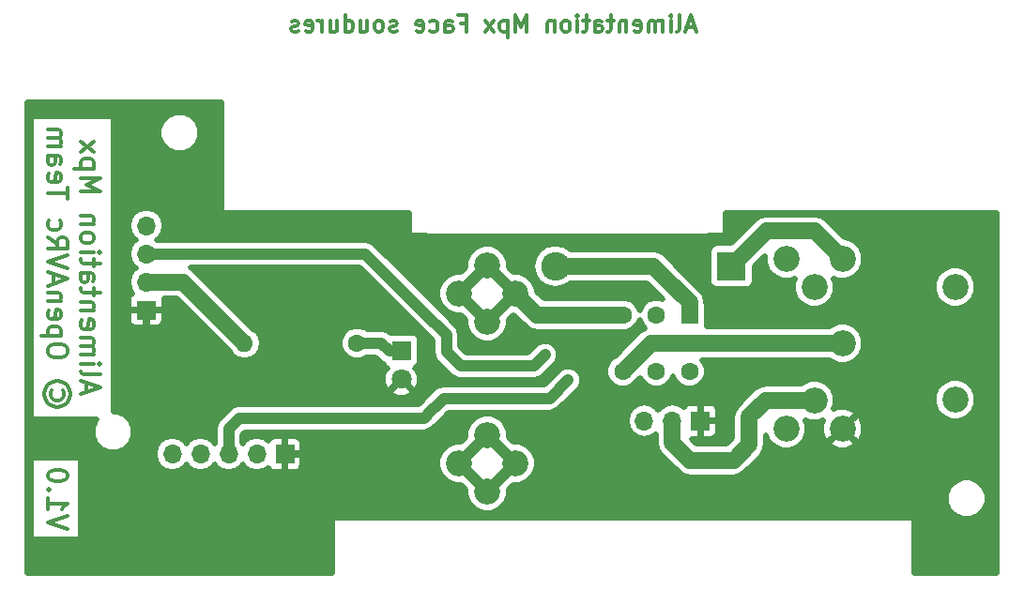
<source format=gbr>
G04 #@! TF.FileFunction,Copper,L2,Bot,Signal*
%FSLAX46Y46*%
G04 Gerber Fmt 4.6, Leading zero omitted, Abs format (unit mm)*
G04 Created by KiCad (PCBNEW 4.0.7) date 08/07/18 09:05:40*
%MOMM*%
%LPD*%
G01*
G04 APERTURE LIST*
%ADD10C,0.100000*%
%ADD11C,0.300000*%
%ADD12R,2.600000X2.600000*%
%ADD13O,2.600000X2.600000*%
%ADD14R,1.600000X1.600000*%
%ADD15C,1.600000*%
%ADD16O,1.600000X1.600000*%
%ADD17C,2.350000*%
%ADD18R,1.800000X1.800000*%
%ADD19C,1.800000*%
%ADD20R,1.700000X1.700000*%
%ADD21O,1.700000X1.700000*%
%ADD22C,1.000000*%
%ADD23C,1.500000*%
%ADD24C,1.000000*%
%ADD25C,0.500000*%
G04 APERTURE END LIST*
D10*
D11*
X104922714Y-109741857D02*
X103122714Y-109141857D01*
X104922714Y-108541857D01*
X103122714Y-106999000D02*
X103122714Y-108027572D01*
X103122714Y-107513286D02*
X104922714Y-107513286D01*
X104665571Y-107684715D01*
X104494143Y-107856143D01*
X104408429Y-108027572D01*
X103294143Y-106227572D02*
X103208429Y-106141857D01*
X103122714Y-106227572D01*
X103208429Y-106313286D01*
X103294143Y-106227572D01*
X103122714Y-106227572D01*
X104922714Y-105027571D02*
X104922714Y-104856143D01*
X104837000Y-104684714D01*
X104751286Y-104599000D01*
X104579857Y-104513286D01*
X104237000Y-104427571D01*
X103808429Y-104427571D01*
X103465571Y-104513286D01*
X103294143Y-104599000D01*
X103208429Y-104684714D01*
X103122714Y-104856143D01*
X103122714Y-105027571D01*
X103208429Y-105199000D01*
X103294143Y-105284714D01*
X103465571Y-105370429D01*
X103808429Y-105456143D01*
X104237000Y-105456143D01*
X104579857Y-105370429D01*
X104751286Y-105284714D01*
X104837000Y-105199000D01*
X104922714Y-105027571D01*
X106614000Y-97442427D02*
X106614000Y-96585284D01*
X106099714Y-97613855D02*
X107899714Y-97013855D01*
X106099714Y-96413855D01*
X106099714Y-95556713D02*
X106185429Y-95728141D01*
X106356857Y-95813856D01*
X107899714Y-95813856D01*
X106099714Y-94870999D02*
X107299714Y-94870999D01*
X107899714Y-94870999D02*
X107814000Y-94956713D01*
X107728286Y-94870999D01*
X107814000Y-94785284D01*
X107899714Y-94870999D01*
X107728286Y-94870999D01*
X106099714Y-94013856D02*
X107299714Y-94013856D01*
X107128286Y-94013856D02*
X107214000Y-93928141D01*
X107299714Y-93756713D01*
X107299714Y-93499570D01*
X107214000Y-93328141D01*
X107042571Y-93242427D01*
X106099714Y-93242427D01*
X107042571Y-93242427D02*
X107214000Y-93156713D01*
X107299714Y-92985284D01*
X107299714Y-92728141D01*
X107214000Y-92556713D01*
X107042571Y-92470998D01*
X106099714Y-92470998D01*
X106185429Y-90928141D02*
X106099714Y-91099570D01*
X106099714Y-91442427D01*
X106185429Y-91613856D01*
X106356857Y-91699570D01*
X107042571Y-91699570D01*
X107214000Y-91613856D01*
X107299714Y-91442427D01*
X107299714Y-91099570D01*
X107214000Y-90928141D01*
X107042571Y-90842427D01*
X106871143Y-90842427D01*
X106699714Y-91699570D01*
X107299714Y-90070999D02*
X106099714Y-90070999D01*
X107128286Y-90070999D02*
X107214000Y-89985284D01*
X107299714Y-89813856D01*
X107299714Y-89556713D01*
X107214000Y-89385284D01*
X107042571Y-89299570D01*
X106099714Y-89299570D01*
X107299714Y-88699570D02*
X107299714Y-88013856D01*
X107899714Y-88442428D02*
X106356857Y-88442428D01*
X106185429Y-88356713D01*
X106099714Y-88185285D01*
X106099714Y-88013856D01*
X106099714Y-86642428D02*
X107042571Y-86642428D01*
X107214000Y-86728142D01*
X107299714Y-86899571D01*
X107299714Y-87242428D01*
X107214000Y-87413857D01*
X106185429Y-86642428D02*
X106099714Y-86813857D01*
X106099714Y-87242428D01*
X106185429Y-87413857D01*
X106356857Y-87499571D01*
X106528286Y-87499571D01*
X106699714Y-87413857D01*
X106785429Y-87242428D01*
X106785429Y-86813857D01*
X106871143Y-86642428D01*
X107299714Y-86042428D02*
X107299714Y-85356714D01*
X107899714Y-85785286D02*
X106356857Y-85785286D01*
X106185429Y-85699571D01*
X106099714Y-85528143D01*
X106099714Y-85356714D01*
X106099714Y-84756715D02*
X107299714Y-84756715D01*
X107899714Y-84756715D02*
X107814000Y-84842429D01*
X107728286Y-84756715D01*
X107814000Y-84671000D01*
X107899714Y-84756715D01*
X107728286Y-84756715D01*
X106099714Y-83642429D02*
X106185429Y-83813857D01*
X106271143Y-83899572D01*
X106442571Y-83985286D01*
X106956857Y-83985286D01*
X107128286Y-83899572D01*
X107214000Y-83813857D01*
X107299714Y-83642429D01*
X107299714Y-83385286D01*
X107214000Y-83213857D01*
X107128286Y-83128143D01*
X106956857Y-83042429D01*
X106442571Y-83042429D01*
X106271143Y-83128143D01*
X106185429Y-83213857D01*
X106099714Y-83385286D01*
X106099714Y-83642429D01*
X107299714Y-82271001D02*
X106099714Y-82271001D01*
X107128286Y-82271001D02*
X107214000Y-82185286D01*
X107299714Y-82013858D01*
X107299714Y-81756715D01*
X107214000Y-81585286D01*
X107042571Y-81499572D01*
X106099714Y-81499572D01*
X106099714Y-79271001D02*
X107899714Y-79271001D01*
X106614000Y-78671001D01*
X107899714Y-78071001D01*
X106099714Y-78071001D01*
X107299714Y-77213858D02*
X105499714Y-77213858D01*
X107214000Y-77213858D02*
X107299714Y-77042429D01*
X107299714Y-76699572D01*
X107214000Y-76528143D01*
X107128286Y-76442429D01*
X106956857Y-76356715D01*
X106442571Y-76356715D01*
X106271143Y-76442429D01*
X106185429Y-76528143D01*
X106099714Y-76699572D01*
X106099714Y-77042429D01*
X106185429Y-77213858D01*
X106099714Y-75756715D02*
X107299714Y-74813858D01*
X107299714Y-75756715D02*
X106099714Y-74813858D01*
X104471143Y-97228142D02*
X104556857Y-97399570D01*
X104556857Y-97742427D01*
X104471143Y-97913856D01*
X104299714Y-98085285D01*
X104128286Y-98170999D01*
X103785429Y-98170999D01*
X103614000Y-98085285D01*
X103442571Y-97913856D01*
X103356857Y-97742427D01*
X103356857Y-97399570D01*
X103442571Y-97228142D01*
X105156857Y-97570999D02*
X105071143Y-97999570D01*
X104814000Y-98428142D01*
X104385429Y-98685285D01*
X103956857Y-98770999D01*
X103528286Y-98685285D01*
X103099714Y-98428142D01*
X102842571Y-97999570D01*
X102756857Y-97570999D01*
X102842571Y-97142427D01*
X103099714Y-96713856D01*
X103528286Y-96456713D01*
X103956857Y-96370999D01*
X104385429Y-96456713D01*
X104814000Y-96713856D01*
X105071143Y-97142427D01*
X105156857Y-97570999D01*
X104899714Y-93885284D02*
X104899714Y-93542427D01*
X104814000Y-93370999D01*
X104642571Y-93199570D01*
X104299714Y-93113856D01*
X103699714Y-93113856D01*
X103356857Y-93199570D01*
X103185429Y-93370999D01*
X103099714Y-93542427D01*
X103099714Y-93885284D01*
X103185429Y-94056713D01*
X103356857Y-94228142D01*
X103699714Y-94313856D01*
X104299714Y-94313856D01*
X104642571Y-94228142D01*
X104814000Y-94056713D01*
X104899714Y-93885284D01*
X104299714Y-92342428D02*
X102499714Y-92342428D01*
X104214000Y-92342428D02*
X104299714Y-92170999D01*
X104299714Y-91828142D01*
X104214000Y-91656713D01*
X104128286Y-91570999D01*
X103956857Y-91485285D01*
X103442571Y-91485285D01*
X103271143Y-91570999D01*
X103185429Y-91656713D01*
X103099714Y-91828142D01*
X103099714Y-92170999D01*
X103185429Y-92342428D01*
X103185429Y-90028142D02*
X103099714Y-90199571D01*
X103099714Y-90542428D01*
X103185429Y-90713857D01*
X103356857Y-90799571D01*
X104042571Y-90799571D01*
X104214000Y-90713857D01*
X104299714Y-90542428D01*
X104299714Y-90199571D01*
X104214000Y-90028142D01*
X104042571Y-89942428D01*
X103871143Y-89942428D01*
X103699714Y-90799571D01*
X104299714Y-89171000D02*
X103099714Y-89171000D01*
X104128286Y-89171000D02*
X104214000Y-89085285D01*
X104299714Y-88913857D01*
X104299714Y-88656714D01*
X104214000Y-88485285D01*
X104042571Y-88399571D01*
X103099714Y-88399571D01*
X103614000Y-87628143D02*
X103614000Y-86771000D01*
X103099714Y-87799571D02*
X104899714Y-87199571D01*
X103099714Y-86599571D01*
X104899714Y-86256714D02*
X103099714Y-85656714D01*
X104899714Y-85056714D01*
X103099714Y-83428143D02*
X103956857Y-84028143D01*
X103099714Y-84456715D02*
X104899714Y-84456715D01*
X104899714Y-83771000D01*
X104814000Y-83599572D01*
X104728286Y-83513857D01*
X104556857Y-83428143D01*
X104299714Y-83428143D01*
X104128286Y-83513857D01*
X104042571Y-83599572D01*
X103956857Y-83771000D01*
X103956857Y-84456715D01*
X103185429Y-81885286D02*
X103099714Y-82056715D01*
X103099714Y-82399572D01*
X103185429Y-82571000D01*
X103271143Y-82656715D01*
X103442571Y-82742429D01*
X103956857Y-82742429D01*
X104128286Y-82656715D01*
X104214000Y-82571000D01*
X104299714Y-82399572D01*
X104299714Y-82056715D01*
X104214000Y-81885286D01*
X104899714Y-79999571D02*
X104899714Y-78971000D01*
X103099714Y-79485286D02*
X104899714Y-79485286D01*
X103185429Y-77685285D02*
X103099714Y-77856714D01*
X103099714Y-78199571D01*
X103185429Y-78371000D01*
X103356857Y-78456714D01*
X104042571Y-78456714D01*
X104214000Y-78371000D01*
X104299714Y-78199571D01*
X104299714Y-77856714D01*
X104214000Y-77685285D01*
X104042571Y-77599571D01*
X103871143Y-77599571D01*
X103699714Y-78456714D01*
X103099714Y-76056714D02*
X104042571Y-76056714D01*
X104214000Y-76142428D01*
X104299714Y-76313857D01*
X104299714Y-76656714D01*
X104214000Y-76828143D01*
X103185429Y-76056714D02*
X103099714Y-76228143D01*
X103099714Y-76656714D01*
X103185429Y-76828143D01*
X103356857Y-76913857D01*
X103528286Y-76913857D01*
X103699714Y-76828143D01*
X103785429Y-76656714D01*
X103785429Y-76228143D01*
X103871143Y-76056714D01*
X103099714Y-75199572D02*
X104299714Y-75199572D01*
X104128286Y-75199572D02*
X104214000Y-75113857D01*
X104299714Y-74942429D01*
X104299714Y-74685286D01*
X104214000Y-74513857D01*
X104042571Y-74428143D01*
X103099714Y-74428143D01*
X104042571Y-74428143D02*
X104214000Y-74342429D01*
X104299714Y-74171000D01*
X104299714Y-73913857D01*
X104214000Y-73742429D01*
X104042571Y-73656714D01*
X103099714Y-73656714D01*
X161438572Y-64450000D02*
X160724286Y-64450000D01*
X161581429Y-64878571D02*
X161081429Y-63378571D01*
X160581429Y-64878571D01*
X159867143Y-64878571D02*
X160010001Y-64807143D01*
X160081429Y-64664286D01*
X160081429Y-63378571D01*
X159295715Y-64878571D02*
X159295715Y-63878571D01*
X159295715Y-63378571D02*
X159367144Y-63450000D01*
X159295715Y-63521429D01*
X159224287Y-63450000D01*
X159295715Y-63378571D01*
X159295715Y-63521429D01*
X158581429Y-64878571D02*
X158581429Y-63878571D01*
X158581429Y-64021429D02*
X158510001Y-63950000D01*
X158367143Y-63878571D01*
X158152858Y-63878571D01*
X158010001Y-63950000D01*
X157938572Y-64092857D01*
X157938572Y-64878571D01*
X157938572Y-64092857D02*
X157867143Y-63950000D01*
X157724286Y-63878571D01*
X157510001Y-63878571D01*
X157367143Y-63950000D01*
X157295715Y-64092857D01*
X157295715Y-64878571D01*
X156010001Y-64807143D02*
X156152858Y-64878571D01*
X156438572Y-64878571D01*
X156581429Y-64807143D01*
X156652858Y-64664286D01*
X156652858Y-64092857D01*
X156581429Y-63950000D01*
X156438572Y-63878571D01*
X156152858Y-63878571D01*
X156010001Y-63950000D01*
X155938572Y-64092857D01*
X155938572Y-64235714D01*
X156652858Y-64378571D01*
X155295715Y-63878571D02*
X155295715Y-64878571D01*
X155295715Y-64021429D02*
X155224287Y-63950000D01*
X155081429Y-63878571D01*
X154867144Y-63878571D01*
X154724287Y-63950000D01*
X154652858Y-64092857D01*
X154652858Y-64878571D01*
X154152858Y-63878571D02*
X153581429Y-63878571D01*
X153938572Y-63378571D02*
X153938572Y-64664286D01*
X153867144Y-64807143D01*
X153724286Y-64878571D01*
X153581429Y-64878571D01*
X152438572Y-64878571D02*
X152438572Y-64092857D01*
X152510001Y-63950000D01*
X152652858Y-63878571D01*
X152938572Y-63878571D01*
X153081429Y-63950000D01*
X152438572Y-64807143D02*
X152581429Y-64878571D01*
X152938572Y-64878571D01*
X153081429Y-64807143D01*
X153152858Y-64664286D01*
X153152858Y-64521429D01*
X153081429Y-64378571D01*
X152938572Y-64307143D01*
X152581429Y-64307143D01*
X152438572Y-64235714D01*
X151938572Y-63878571D02*
X151367143Y-63878571D01*
X151724286Y-63378571D02*
X151724286Y-64664286D01*
X151652858Y-64807143D01*
X151510000Y-64878571D01*
X151367143Y-64878571D01*
X150867143Y-64878571D02*
X150867143Y-63878571D01*
X150867143Y-63378571D02*
X150938572Y-63450000D01*
X150867143Y-63521429D01*
X150795715Y-63450000D01*
X150867143Y-63378571D01*
X150867143Y-63521429D01*
X149938571Y-64878571D02*
X150081429Y-64807143D01*
X150152857Y-64735714D01*
X150224286Y-64592857D01*
X150224286Y-64164286D01*
X150152857Y-64021429D01*
X150081429Y-63950000D01*
X149938571Y-63878571D01*
X149724286Y-63878571D01*
X149581429Y-63950000D01*
X149510000Y-64021429D01*
X149438571Y-64164286D01*
X149438571Y-64592857D01*
X149510000Y-64735714D01*
X149581429Y-64807143D01*
X149724286Y-64878571D01*
X149938571Y-64878571D01*
X148795714Y-63878571D02*
X148795714Y-64878571D01*
X148795714Y-64021429D02*
X148724286Y-63950000D01*
X148581428Y-63878571D01*
X148367143Y-63878571D01*
X148224286Y-63950000D01*
X148152857Y-64092857D01*
X148152857Y-64878571D01*
X146295714Y-64878571D02*
X146295714Y-63378571D01*
X145795714Y-64450000D01*
X145295714Y-63378571D01*
X145295714Y-64878571D01*
X144581428Y-63878571D02*
X144581428Y-65378571D01*
X144581428Y-63950000D02*
X144438571Y-63878571D01*
X144152857Y-63878571D01*
X144010000Y-63950000D01*
X143938571Y-64021429D01*
X143867142Y-64164286D01*
X143867142Y-64592857D01*
X143938571Y-64735714D01*
X144010000Y-64807143D01*
X144152857Y-64878571D01*
X144438571Y-64878571D01*
X144581428Y-64807143D01*
X143367142Y-64878571D02*
X142581428Y-63878571D01*
X143367142Y-63878571D02*
X142581428Y-64878571D01*
X140367142Y-64092857D02*
X140867142Y-64092857D01*
X140867142Y-64878571D02*
X140867142Y-63378571D01*
X140152856Y-63378571D01*
X138938571Y-64878571D02*
X138938571Y-64092857D01*
X139010000Y-63950000D01*
X139152857Y-63878571D01*
X139438571Y-63878571D01*
X139581428Y-63950000D01*
X138938571Y-64807143D02*
X139081428Y-64878571D01*
X139438571Y-64878571D01*
X139581428Y-64807143D01*
X139652857Y-64664286D01*
X139652857Y-64521429D01*
X139581428Y-64378571D01*
X139438571Y-64307143D01*
X139081428Y-64307143D01*
X138938571Y-64235714D01*
X137581428Y-64807143D02*
X137724285Y-64878571D01*
X138009999Y-64878571D01*
X138152857Y-64807143D01*
X138224285Y-64735714D01*
X138295714Y-64592857D01*
X138295714Y-64164286D01*
X138224285Y-64021429D01*
X138152857Y-63950000D01*
X138009999Y-63878571D01*
X137724285Y-63878571D01*
X137581428Y-63950000D01*
X136367143Y-64807143D02*
X136510000Y-64878571D01*
X136795714Y-64878571D01*
X136938571Y-64807143D01*
X137010000Y-64664286D01*
X137010000Y-64092857D01*
X136938571Y-63950000D01*
X136795714Y-63878571D01*
X136510000Y-63878571D01*
X136367143Y-63950000D01*
X136295714Y-64092857D01*
X136295714Y-64235714D01*
X137010000Y-64378571D01*
X134581429Y-64807143D02*
X134438572Y-64878571D01*
X134152857Y-64878571D01*
X134010000Y-64807143D01*
X133938572Y-64664286D01*
X133938572Y-64592857D01*
X134010000Y-64450000D01*
X134152857Y-64378571D01*
X134367143Y-64378571D01*
X134510000Y-64307143D01*
X134581429Y-64164286D01*
X134581429Y-64092857D01*
X134510000Y-63950000D01*
X134367143Y-63878571D01*
X134152857Y-63878571D01*
X134010000Y-63950000D01*
X133081428Y-64878571D02*
X133224286Y-64807143D01*
X133295714Y-64735714D01*
X133367143Y-64592857D01*
X133367143Y-64164286D01*
X133295714Y-64021429D01*
X133224286Y-63950000D01*
X133081428Y-63878571D01*
X132867143Y-63878571D01*
X132724286Y-63950000D01*
X132652857Y-64021429D01*
X132581428Y-64164286D01*
X132581428Y-64592857D01*
X132652857Y-64735714D01*
X132724286Y-64807143D01*
X132867143Y-64878571D01*
X133081428Y-64878571D01*
X131295714Y-63878571D02*
X131295714Y-64878571D01*
X131938571Y-63878571D02*
X131938571Y-64664286D01*
X131867143Y-64807143D01*
X131724285Y-64878571D01*
X131510000Y-64878571D01*
X131367143Y-64807143D01*
X131295714Y-64735714D01*
X129938571Y-64878571D02*
X129938571Y-63378571D01*
X129938571Y-64807143D02*
X130081428Y-64878571D01*
X130367142Y-64878571D01*
X130510000Y-64807143D01*
X130581428Y-64735714D01*
X130652857Y-64592857D01*
X130652857Y-64164286D01*
X130581428Y-64021429D01*
X130510000Y-63950000D01*
X130367142Y-63878571D01*
X130081428Y-63878571D01*
X129938571Y-63950000D01*
X128581428Y-63878571D02*
X128581428Y-64878571D01*
X129224285Y-63878571D02*
X129224285Y-64664286D01*
X129152857Y-64807143D01*
X129009999Y-64878571D01*
X128795714Y-64878571D01*
X128652857Y-64807143D01*
X128581428Y-64735714D01*
X127867142Y-64878571D02*
X127867142Y-63878571D01*
X127867142Y-64164286D02*
X127795714Y-64021429D01*
X127724285Y-63950000D01*
X127581428Y-63878571D01*
X127438571Y-63878571D01*
X126367143Y-64807143D02*
X126510000Y-64878571D01*
X126795714Y-64878571D01*
X126938571Y-64807143D01*
X127010000Y-64664286D01*
X127010000Y-64092857D01*
X126938571Y-63950000D01*
X126795714Y-63878571D01*
X126510000Y-63878571D01*
X126367143Y-63950000D01*
X126295714Y-64092857D01*
X126295714Y-64235714D01*
X127010000Y-64378571D01*
X125724286Y-64807143D02*
X125581429Y-64878571D01*
X125295714Y-64878571D01*
X125152857Y-64807143D01*
X125081429Y-64664286D01*
X125081429Y-64592857D01*
X125152857Y-64450000D01*
X125295714Y-64378571D01*
X125510000Y-64378571D01*
X125652857Y-64307143D01*
X125724286Y-64164286D01*
X125724286Y-64092857D01*
X125652857Y-63950000D01*
X125510000Y-63878571D01*
X125295714Y-63878571D01*
X125152857Y-63950000D01*
D12*
X164770000Y-86044000D03*
D13*
X148895000Y-86044000D03*
D14*
X161000000Y-90460000D03*
D15*
X158000000Y-90460000D03*
X155000000Y-90460000D03*
X161000000Y-95540000D03*
X158000000Y-95540000D03*
X155000000Y-95540000D03*
X131000000Y-93000000D03*
D16*
X120840000Y-93000000D03*
D17*
X142752000Y-91044000D03*
X142752000Y-85964000D03*
X142752000Y-101284000D03*
X142752000Y-106364000D03*
X140212000Y-88504000D03*
X145292000Y-88504000D03*
X140212000Y-103824000D03*
X145292000Y-103824000D03*
X184960000Y-98080000D03*
X184960000Y-87920000D03*
X172260000Y-98160000D03*
X174800000Y-93000000D03*
X172260000Y-87920000D03*
X174800000Y-100700000D03*
X169720000Y-100700000D03*
X174800000Y-85380000D03*
X169720000Y-85380000D03*
D18*
X135000000Y-93700000D03*
D19*
X135000000Y-96240000D03*
D20*
X162000000Y-100000000D03*
D21*
X159460000Y-100000000D03*
X156920000Y-100000000D03*
D20*
X124500000Y-103000000D03*
D21*
X121960000Y-103000000D03*
X119420000Y-103000000D03*
X116880000Y-103000000D03*
X114340000Y-103000000D03*
D20*
X112000000Y-90000000D03*
D21*
X112000000Y-87460000D03*
X112000000Y-84920000D03*
X112000000Y-82380000D03*
D22*
X116844000Y-84920000D03*
X147957000Y-94043000D03*
X150038000Y-96331000D03*
D23*
X158907500Y-87207500D02*
X157744000Y-86044000D01*
X157744000Y-86044000D02*
X148895000Y-86044000D01*
X161000000Y-90460000D02*
X161000000Y-89300000D01*
X161000000Y-89300000D02*
X158907500Y-87207500D01*
X112000000Y-87460000D02*
X115300000Y-87460000D01*
X115300000Y-87460000D02*
X120840000Y-93000000D01*
D24*
X142752000Y-101284000D02*
X140212000Y-103824000D01*
X145292000Y-103824000D02*
X142752000Y-101284000D01*
X142752000Y-106364000D02*
X145292000Y-103824000D01*
X140212000Y-103824000D02*
X142752000Y-106364000D01*
D23*
X112000000Y-87460000D02*
X112545000Y-87460000D01*
D24*
X112235000Y-87695000D02*
X112000000Y-87460000D01*
D23*
X155000000Y-90460000D02*
X147248000Y-90460000D01*
X147248000Y-90460000D02*
X145292000Y-88504000D01*
D24*
X145292000Y-88504000D02*
X142752000Y-85964000D01*
X142752000Y-91044000D02*
X145292000Y-88504000D01*
X140212000Y-88504000D02*
X142752000Y-91044000D01*
X142752000Y-85964000D02*
X140212000Y-88504000D01*
D23*
X155000000Y-95540000D02*
X157540000Y-93000000D01*
X157540000Y-93000000D02*
X174800000Y-93000000D01*
X162437000Y-103570000D02*
X164977000Y-103570000D01*
X166374000Y-102173000D02*
X166374000Y-99633000D01*
X164977000Y-103570000D02*
X166374000Y-102173000D01*
X159460000Y-100000000D02*
X159460000Y-101990000D01*
X159460000Y-101990000D02*
X161040000Y-103570000D01*
X161040000Y-103570000D02*
X162437000Y-103570000D01*
X166374000Y-99633000D02*
X167847000Y-98160000D01*
X167847000Y-98160000D02*
X172260000Y-98160000D01*
D24*
X136910000Y-90108000D02*
X131722000Y-84920000D01*
X131722000Y-84920000D02*
X116844000Y-84920000D01*
X139069000Y-92267000D02*
X139069000Y-93791000D01*
X146939000Y-95061000D02*
X147957000Y-94043000D01*
X140339000Y-95061000D02*
X146939000Y-95061000D01*
X139069000Y-93791000D02*
X140339000Y-95061000D01*
X136910000Y-90108000D02*
X139069000Y-92267000D01*
X112000000Y-84920000D02*
X116844000Y-84920000D01*
D23*
X170358000Y-82869000D02*
X167945000Y-82869000D01*
X167945000Y-82869000D02*
X164770000Y-86044000D01*
X172289000Y-82869000D02*
X174800000Y-85380000D01*
X170358000Y-82869000D02*
X172289000Y-82869000D01*
D24*
X145974000Y-97982000D02*
X148387000Y-97982000D01*
X148387000Y-97982000D02*
X150038000Y-96331000D01*
X138815000Y-97982000D02*
X145974000Y-97982000D01*
X137672000Y-99125000D02*
X138307000Y-98490000D01*
X137037000Y-99760000D02*
X120400000Y-99760000D01*
X137672000Y-99125000D02*
X137037000Y-99760000D01*
X120400000Y-99760000D02*
X119420000Y-100740000D01*
X119420000Y-100740000D02*
X119420000Y-103000000D01*
X138307000Y-98490000D02*
X138815000Y-97982000D01*
X135000000Y-93700000D02*
X133898000Y-93700000D01*
X133898000Y-93700000D02*
X133198000Y-93000000D01*
X131000000Y-93000000D02*
X133198000Y-93000000D01*
D25*
G36*
X118750000Y-81000000D02*
X118769696Y-81097264D01*
X118825682Y-81179202D01*
X118909136Y-81232903D01*
X119000000Y-81250000D01*
X135750000Y-81250000D01*
X135750000Y-83000000D01*
X135769696Y-83097264D01*
X135825682Y-83179202D01*
X135909136Y-83232903D01*
X136000000Y-83250000D01*
X137166026Y-83250000D01*
X137184286Y-83262201D01*
X137500000Y-83325000D01*
X162500000Y-83325000D01*
X162815714Y-83262201D01*
X162833974Y-83250000D01*
X164000000Y-83250000D01*
X164097264Y-83230304D01*
X164179202Y-83174318D01*
X164232903Y-83090864D01*
X164250000Y-83000000D01*
X164250000Y-81250000D01*
X188750000Y-81250000D01*
X188750000Y-113750000D01*
X181250000Y-113750000D01*
X181250000Y-109000000D01*
X181230304Y-108902736D01*
X181174318Y-108820798D01*
X181090864Y-108767097D01*
X181000000Y-108750000D01*
X129000000Y-108750000D01*
X128902736Y-108769696D01*
X128820798Y-108825682D01*
X128767097Y-108909136D01*
X128750000Y-109000000D01*
X128750000Y-113750000D01*
X101250000Y-113750000D01*
X101250000Y-103334714D01*
X101597000Y-103334714D01*
X101597000Y-110663286D01*
X106097000Y-110663286D01*
X106097000Y-103334714D01*
X101597000Y-103334714D01*
X101250000Y-103334714D01*
X101250000Y-102968654D01*
X112740000Y-102968654D01*
X112740000Y-103031346D01*
X112861793Y-103643639D01*
X113208629Y-104162717D01*
X113727707Y-104509553D01*
X114340000Y-104631346D01*
X114952293Y-104509553D01*
X115471371Y-104162717D01*
X115610000Y-103955244D01*
X115748629Y-104162717D01*
X116267707Y-104509553D01*
X116880000Y-104631346D01*
X117492293Y-104509553D01*
X118011371Y-104162717D01*
X118150000Y-103955244D01*
X118288629Y-104162717D01*
X118807707Y-104509553D01*
X119420000Y-104631346D01*
X120032293Y-104509553D01*
X120551371Y-104162717D01*
X120690000Y-103955244D01*
X120828629Y-104162717D01*
X121347707Y-104509553D01*
X121960000Y-104631346D01*
X122572293Y-104509553D01*
X122994538Y-104227419D01*
X123014181Y-104274841D01*
X123225159Y-104485819D01*
X123500815Y-104600000D01*
X124262500Y-104600000D01*
X124450000Y-104412500D01*
X124450000Y-103050000D01*
X124550000Y-103050000D01*
X124550000Y-104412500D01*
X124737500Y-104600000D01*
X125499185Y-104600000D01*
X125774841Y-104485819D01*
X125985819Y-104274841D01*
X126014654Y-104205226D01*
X138286667Y-104205226D01*
X138579113Y-104913000D01*
X139120151Y-105454984D01*
X139827414Y-105748665D01*
X140369371Y-105749138D01*
X140827137Y-106206903D01*
X140826667Y-106745226D01*
X141119113Y-107453000D01*
X141660151Y-107994984D01*
X142367414Y-108288665D01*
X143133226Y-108289333D01*
X143841000Y-107996887D01*
X144382984Y-107455849D01*
X144420137Y-107366373D01*
X184149679Y-107366373D01*
X184430732Y-108046572D01*
X184950691Y-108567439D01*
X185630398Y-108849679D01*
X186366373Y-108850321D01*
X187046572Y-108569268D01*
X187567439Y-108049309D01*
X187849679Y-107369602D01*
X187850321Y-106633627D01*
X187569268Y-105953428D01*
X187049309Y-105432561D01*
X186369602Y-105150321D01*
X185633627Y-105149679D01*
X184953428Y-105430732D01*
X184432561Y-105950691D01*
X184150321Y-106630398D01*
X184149679Y-107366373D01*
X144420137Y-107366373D01*
X144676665Y-106748586D01*
X144677138Y-106206629D01*
X145134903Y-105748863D01*
X145673226Y-105749333D01*
X146381000Y-105456887D01*
X146922984Y-104915849D01*
X147216665Y-104208586D01*
X147217333Y-103442774D01*
X146924887Y-102735000D01*
X146383849Y-102193016D01*
X145676586Y-101899335D01*
X145134629Y-101898862D01*
X144676863Y-101441097D01*
X144677333Y-100902774D01*
X144384887Y-100195000D01*
X144158937Y-99968654D01*
X155320000Y-99968654D01*
X155320000Y-100031346D01*
X155441793Y-100643639D01*
X155788629Y-101162717D01*
X156307707Y-101509553D01*
X156920000Y-101631346D01*
X157532293Y-101509553D01*
X157960000Y-101223769D01*
X157960000Y-101990000D01*
X158074181Y-102564025D01*
X158399340Y-103050660D01*
X159979340Y-104630660D01*
X160465975Y-104955819D01*
X161040000Y-105070000D01*
X164977000Y-105070000D01*
X165551025Y-104955819D01*
X166037660Y-104630660D01*
X167434660Y-103233660D01*
X167759819Y-102747025D01*
X167874000Y-102173000D01*
X167874000Y-101273227D01*
X168087113Y-101789000D01*
X168628151Y-102330984D01*
X169335414Y-102624665D01*
X170101226Y-102625333D01*
X170809000Y-102332887D01*
X171152363Y-101990123D01*
X173580588Y-101990123D01*
X173687172Y-102316742D01*
X174390581Y-102619536D01*
X175156320Y-102630098D01*
X175867813Y-102346821D01*
X175912828Y-102316742D01*
X176019412Y-101990123D01*
X174800000Y-100770711D01*
X173580588Y-101990123D01*
X171152363Y-101990123D01*
X171350984Y-101791849D01*
X171644665Y-101084586D01*
X171645333Y-100318774D01*
X171480917Y-99920855D01*
X171875414Y-100084665D01*
X172641226Y-100085333D01*
X173039689Y-99920692D01*
X172880464Y-100290581D01*
X172869902Y-101056320D01*
X173153179Y-101767813D01*
X173183258Y-101812828D01*
X173509877Y-101919412D01*
X174729289Y-100700000D01*
X174870711Y-100700000D01*
X176090123Y-101919412D01*
X176416742Y-101812828D01*
X176719536Y-101109419D01*
X176730098Y-100343680D01*
X176446821Y-99632187D01*
X176416742Y-99587172D01*
X176090123Y-99480588D01*
X174870711Y-100700000D01*
X174729289Y-100700000D01*
X174715147Y-100685858D01*
X174785858Y-100615147D01*
X174800000Y-100629289D01*
X176019412Y-99409877D01*
X175912828Y-99083258D01*
X175209419Y-98780464D01*
X174443680Y-98769902D01*
X174021271Y-98938082D01*
X174184665Y-98544586D01*
X174184737Y-98461226D01*
X183034667Y-98461226D01*
X183327113Y-99169000D01*
X183868151Y-99710984D01*
X184575414Y-100004665D01*
X185341226Y-100005333D01*
X186049000Y-99712887D01*
X186590984Y-99171849D01*
X186884665Y-98464586D01*
X186885333Y-97698774D01*
X186592887Y-96991000D01*
X186051849Y-96449016D01*
X185344586Y-96155335D01*
X184578774Y-96154667D01*
X183871000Y-96447113D01*
X183329016Y-96988151D01*
X183035335Y-97695414D01*
X183034667Y-98461226D01*
X174184737Y-98461226D01*
X174185333Y-97778774D01*
X173892887Y-97071000D01*
X173351849Y-96529016D01*
X172644586Y-96235335D01*
X171878774Y-96234667D01*
X171171000Y-96527113D01*
X171037881Y-96660000D01*
X167847000Y-96660000D01*
X167272975Y-96774181D01*
X166786340Y-97099340D01*
X165313340Y-98572340D01*
X164988181Y-99058975D01*
X164874000Y-99633000D01*
X164874000Y-101551680D01*
X164355680Y-102070000D01*
X161661320Y-102070000D01*
X161191320Y-101600000D01*
X161762500Y-101600000D01*
X161950000Y-101412500D01*
X161950000Y-100050000D01*
X162050000Y-100050000D01*
X162050000Y-101412500D01*
X162237500Y-101600000D01*
X162999185Y-101600000D01*
X163274841Y-101485819D01*
X163485819Y-101274841D01*
X163600000Y-100999184D01*
X163600000Y-100237500D01*
X163412500Y-100050000D01*
X162050000Y-100050000D01*
X161950000Y-100050000D01*
X161930000Y-100050000D01*
X161930000Y-99950000D01*
X161950000Y-99950000D01*
X161950000Y-98587500D01*
X162050000Y-98587500D01*
X162050000Y-99950000D01*
X163412500Y-99950000D01*
X163600000Y-99762500D01*
X163600000Y-99000816D01*
X163485819Y-98725159D01*
X163274841Y-98514181D01*
X162999185Y-98400000D01*
X162237500Y-98400000D01*
X162050000Y-98587500D01*
X161950000Y-98587500D01*
X161762500Y-98400000D01*
X161000815Y-98400000D01*
X160725159Y-98514181D01*
X160514181Y-98725159D01*
X160494538Y-98772581D01*
X160072293Y-98490447D01*
X159460000Y-98368654D01*
X158847707Y-98490447D01*
X158328629Y-98837283D01*
X158190000Y-99044756D01*
X158051371Y-98837283D01*
X157532293Y-98490447D01*
X156920000Y-98368654D01*
X156307707Y-98490447D01*
X155788629Y-98837283D01*
X155441793Y-99356361D01*
X155320000Y-99968654D01*
X144158937Y-99968654D01*
X143843849Y-99653016D01*
X143136586Y-99359335D01*
X142370774Y-99358667D01*
X141663000Y-99651113D01*
X141121016Y-100192151D01*
X140827335Y-100899414D01*
X140826862Y-101441371D01*
X140369097Y-101899137D01*
X139830774Y-101898667D01*
X139123000Y-102191113D01*
X138581016Y-102732151D01*
X138287335Y-103439414D01*
X138286667Y-104205226D01*
X126014654Y-104205226D01*
X126100000Y-103999184D01*
X126100000Y-103237500D01*
X125912500Y-103050000D01*
X124550000Y-103050000D01*
X124450000Y-103050000D01*
X124430000Y-103050000D01*
X124430000Y-102950000D01*
X124450000Y-102950000D01*
X124450000Y-101587500D01*
X124550000Y-101587500D01*
X124550000Y-102950000D01*
X125912500Y-102950000D01*
X126100000Y-102762500D01*
X126100000Y-102000816D01*
X125985819Y-101725159D01*
X125774841Y-101514181D01*
X125499185Y-101400000D01*
X124737500Y-101400000D01*
X124550000Y-101587500D01*
X124450000Y-101587500D01*
X124262500Y-101400000D01*
X123500815Y-101400000D01*
X123225159Y-101514181D01*
X123014181Y-101725159D01*
X122994538Y-101772581D01*
X122572293Y-101490447D01*
X121960000Y-101368654D01*
X121347707Y-101490447D01*
X120828629Y-101837283D01*
X120690000Y-102044756D01*
X120670000Y-102014824D01*
X120670000Y-101257766D01*
X120917767Y-101010000D01*
X137037000Y-101010000D01*
X137515354Y-100914849D01*
X137920883Y-100643883D01*
X138555884Y-100008883D01*
X138555886Y-100008880D01*
X139190884Y-99373883D01*
X139190886Y-99373880D01*
X139332766Y-99232000D01*
X148387000Y-99232000D01*
X148865354Y-99136849D01*
X149270883Y-98865883D01*
X150921398Y-97215369D01*
X151097081Y-97039993D01*
X151287783Y-96580731D01*
X151288217Y-96083450D01*
X151098316Y-95623857D01*
X150746993Y-95271919D01*
X150287731Y-95081217D01*
X149790450Y-95080783D01*
X149330857Y-95270684D01*
X148978919Y-95622007D01*
X148978701Y-95622532D01*
X147869234Y-96732000D01*
X138815000Y-96732000D01*
X138426117Y-96809354D01*
X138336645Y-96827151D01*
X137931116Y-97098117D01*
X137423120Y-97606114D01*
X137423117Y-97606116D01*
X136788120Y-98241114D01*
X136788117Y-98241116D01*
X136519233Y-98510000D01*
X120400000Y-98510000D01*
X119921646Y-98605151D01*
X119516116Y-98876117D01*
X118536117Y-99856117D01*
X118265151Y-100261646D01*
X118170000Y-100740000D01*
X118170000Y-102014824D01*
X118150000Y-102044756D01*
X118011371Y-101837283D01*
X117492293Y-101490447D01*
X116880000Y-101368654D01*
X116267707Y-101490447D01*
X115748629Y-101837283D01*
X115610000Y-102044756D01*
X115471371Y-101837283D01*
X114952293Y-101490447D01*
X114340000Y-101368654D01*
X113727707Y-101490447D01*
X113208629Y-101837283D01*
X112861793Y-102356361D01*
X112740000Y-102968654D01*
X101250000Y-102968654D01*
X101250000Y-72478144D01*
X101574000Y-72478144D01*
X101574000Y-99863857D01*
X107519547Y-99863857D01*
X107432561Y-99950691D01*
X107150321Y-100630398D01*
X107149679Y-101366373D01*
X107430732Y-102046572D01*
X107950691Y-102567439D01*
X108630398Y-102849679D01*
X109366373Y-102850321D01*
X110046572Y-102569268D01*
X110567439Y-102049309D01*
X110849679Y-101369602D01*
X110850321Y-100633627D01*
X110569268Y-99953428D01*
X110049309Y-99432561D01*
X109369602Y-99150321D01*
X109074000Y-99150063D01*
X109074000Y-97331765D01*
X133978946Y-97331765D01*
X134052042Y-97629818D01*
X134656061Y-97886792D01*
X135312441Y-97893057D01*
X135921255Y-97647659D01*
X135947958Y-97629818D01*
X136021054Y-97331765D01*
X135000000Y-96310711D01*
X133978946Y-97331765D01*
X109074000Y-97331765D01*
X109074000Y-90237500D01*
X110400000Y-90237500D01*
X110400000Y-90999185D01*
X110514181Y-91274841D01*
X110725159Y-91485819D01*
X111000816Y-91600000D01*
X111762500Y-91600000D01*
X111950000Y-91412500D01*
X111950000Y-90050000D01*
X112050000Y-90050000D01*
X112050000Y-91412500D01*
X112237500Y-91600000D01*
X112999184Y-91600000D01*
X113274841Y-91485819D01*
X113485819Y-91274841D01*
X113600000Y-90999185D01*
X113600000Y-90237500D01*
X113412500Y-90050000D01*
X112050000Y-90050000D01*
X111950000Y-90050000D01*
X110587500Y-90050000D01*
X110400000Y-90237500D01*
X109074000Y-90237500D01*
X109074000Y-82380000D01*
X110368654Y-82380000D01*
X110490447Y-82992293D01*
X110837283Y-83511371D01*
X111044756Y-83650000D01*
X110837283Y-83788629D01*
X110490447Y-84307707D01*
X110368654Y-84920000D01*
X110490447Y-85532293D01*
X110837283Y-86051371D01*
X111044756Y-86190000D01*
X110837283Y-86328629D01*
X110490447Y-86847707D01*
X110368654Y-87460000D01*
X110490447Y-88072293D01*
X110772581Y-88494538D01*
X110725159Y-88514181D01*
X110514181Y-88725159D01*
X110400000Y-89000815D01*
X110400000Y-89762500D01*
X110587500Y-89950000D01*
X111950000Y-89950000D01*
X111950000Y-89930000D01*
X112050000Y-89930000D01*
X112050000Y-89950000D01*
X113412500Y-89950000D01*
X113600000Y-89762500D01*
X113600000Y-89000815D01*
X113583094Y-88960000D01*
X114678680Y-88960000D01*
X119510083Y-93791403D01*
X119713618Y-94096016D01*
X120216475Y-94432013D01*
X120809634Y-94550000D01*
X120870366Y-94550000D01*
X121463525Y-94432013D01*
X121966382Y-94096016D01*
X122302379Y-93593159D01*
X122359307Y-93306961D01*
X129449732Y-93306961D01*
X129685208Y-93876857D01*
X130120849Y-94313260D01*
X130690333Y-94549730D01*
X131306961Y-94550268D01*
X131876857Y-94314792D01*
X131941762Y-94250000D01*
X132680233Y-94250000D01*
X133014116Y-94583883D01*
X133378028Y-94827041D01*
X133387604Y-94877933D01*
X133551862Y-95133198D01*
X133738339Y-95260612D01*
X133610182Y-95292042D01*
X133353208Y-95896061D01*
X133346943Y-96552441D01*
X133592341Y-97161255D01*
X133610182Y-97187958D01*
X133908235Y-97261054D01*
X134929289Y-96240000D01*
X134915147Y-96225858D01*
X134985858Y-96155147D01*
X135000000Y-96169289D01*
X135014142Y-96155147D01*
X135084853Y-96225858D01*
X135070711Y-96240000D01*
X136091765Y-97261054D01*
X136389818Y-97187958D01*
X136646792Y-96583939D01*
X136653057Y-95927559D01*
X136407659Y-95318745D01*
X136389818Y-95292042D01*
X136259305Y-95260034D01*
X136433198Y-95148138D01*
X136604446Y-94897508D01*
X136664693Y-94600000D01*
X136664693Y-92800000D01*
X136612396Y-92522067D01*
X136448138Y-92266802D01*
X136197508Y-92095554D01*
X135900000Y-92035307D01*
X134100000Y-92035307D01*
X133991497Y-92055723D01*
X133676354Y-91845151D01*
X133198000Y-91750000D01*
X131942301Y-91750000D01*
X131879151Y-91686740D01*
X131309667Y-91450270D01*
X130693039Y-91449732D01*
X130123143Y-91685208D01*
X129686740Y-92120849D01*
X129450270Y-92690333D01*
X129449732Y-93306961D01*
X122359307Y-93306961D01*
X122420366Y-93000000D01*
X122302379Y-92406841D01*
X121966382Y-91903984D01*
X121661769Y-91700449D01*
X116360660Y-86399340D01*
X116017428Y-86170000D01*
X116842909Y-86170000D01*
X117091550Y-86170217D01*
X117092075Y-86170000D01*
X131204234Y-86170000D01*
X136026117Y-90991884D01*
X136026120Y-90991886D01*
X137819000Y-92784767D01*
X137819000Y-93791000D01*
X137895804Y-94177116D01*
X137914151Y-94269354D01*
X138185117Y-94674883D01*
X139455116Y-95944883D01*
X139769081Y-96154667D01*
X139860646Y-96215849D01*
X140339000Y-96311000D01*
X146939000Y-96311000D01*
X147417354Y-96215849D01*
X147822883Y-95944883D01*
X148840398Y-94927369D01*
X149016081Y-94751993D01*
X149206783Y-94292731D01*
X149207217Y-93795450D01*
X149017316Y-93335857D01*
X148665993Y-92983919D01*
X148206731Y-92793217D01*
X147709450Y-92792783D01*
X147249857Y-92982684D01*
X146897919Y-93334007D01*
X146897701Y-93334532D01*
X146421234Y-93811000D01*
X140856767Y-93811000D01*
X140319000Y-93273234D01*
X140319000Y-92267000D01*
X140223849Y-91788646D01*
X140097800Y-91600000D01*
X139952883Y-91383116D01*
X137793886Y-89224120D01*
X137793884Y-89224117D01*
X137454993Y-88885226D01*
X138286667Y-88885226D01*
X138579113Y-89593000D01*
X139120151Y-90134984D01*
X139827414Y-90428665D01*
X140369371Y-90429138D01*
X140827137Y-90886903D01*
X140826667Y-91425226D01*
X141119113Y-92133000D01*
X141660151Y-92674984D01*
X142367414Y-92968665D01*
X143133226Y-92969333D01*
X143841000Y-92676887D01*
X144382984Y-92135849D01*
X144676665Y-91428586D01*
X144677138Y-90886629D01*
X145115223Y-90448543D01*
X146187340Y-91520660D01*
X146673975Y-91845819D01*
X147248000Y-91960000D01*
X154570570Y-91960000D01*
X154690333Y-92009730D01*
X155306961Y-92010268D01*
X155876857Y-91774792D01*
X156313260Y-91339151D01*
X156500168Y-90889026D01*
X156685208Y-91336857D01*
X156963619Y-91615755D01*
X156479340Y-91939340D01*
X154242993Y-94175687D01*
X154123143Y-94225208D01*
X153686740Y-94660849D01*
X153450270Y-95230333D01*
X153449732Y-95846961D01*
X153685208Y-96416857D01*
X154120849Y-96853260D01*
X154690333Y-97089730D01*
X155306961Y-97090268D01*
X155876857Y-96854792D01*
X156313260Y-96419151D01*
X156363741Y-96297579D01*
X156556342Y-96104978D01*
X156685208Y-96416857D01*
X157120849Y-96853260D01*
X157690333Y-97089730D01*
X158306961Y-97090268D01*
X158876857Y-96854792D01*
X159313260Y-96419151D01*
X159500168Y-95969026D01*
X159685208Y-96416857D01*
X160120849Y-96853260D01*
X160690333Y-97089730D01*
X161306961Y-97090268D01*
X161876857Y-96854792D01*
X162313260Y-96419151D01*
X162549730Y-95849667D01*
X162550268Y-95233039D01*
X162314792Y-94663143D01*
X162151934Y-94500000D01*
X173577396Y-94500000D01*
X173708151Y-94630984D01*
X174415414Y-94924665D01*
X175181226Y-94925333D01*
X175889000Y-94632887D01*
X176430984Y-94091849D01*
X176724665Y-93384586D01*
X176725333Y-92618774D01*
X176432887Y-91911000D01*
X175891849Y-91369016D01*
X175184586Y-91075335D01*
X174418774Y-91074667D01*
X173711000Y-91367113D01*
X173577881Y-91500000D01*
X162516092Y-91500000D01*
X162564693Y-91260000D01*
X162564693Y-89660000D01*
X162512396Y-89382067D01*
X162500000Y-89362803D01*
X162500000Y-89300000D01*
X162385819Y-88725975D01*
X162060660Y-88239340D01*
X159968162Y-86146842D01*
X159968160Y-86146839D01*
X158804660Y-84983340D01*
X158446463Y-84744000D01*
X162705307Y-84744000D01*
X162705307Y-87344000D01*
X162757604Y-87621933D01*
X162921862Y-87877198D01*
X163172492Y-88048446D01*
X163470000Y-88108693D01*
X166070000Y-88108693D01*
X166347933Y-88056396D01*
X166603198Y-87892138D01*
X166774446Y-87641508D01*
X166834693Y-87344000D01*
X166834693Y-86100627D01*
X167795209Y-85140111D01*
X167794667Y-85761226D01*
X168087113Y-86469000D01*
X168628151Y-87010984D01*
X169335414Y-87304665D01*
X170101226Y-87305333D01*
X170499145Y-87140917D01*
X170335335Y-87535414D01*
X170334667Y-88301226D01*
X170627113Y-89009000D01*
X171168151Y-89550984D01*
X171875414Y-89844665D01*
X172641226Y-89845333D01*
X173349000Y-89552887D01*
X173890984Y-89011849D01*
X174184665Y-88304586D01*
X174184667Y-88301226D01*
X183034667Y-88301226D01*
X183327113Y-89009000D01*
X183868151Y-89550984D01*
X184575414Y-89844665D01*
X185341226Y-89845333D01*
X186049000Y-89552887D01*
X186590984Y-89011849D01*
X186884665Y-88304586D01*
X186885333Y-87538774D01*
X186592887Y-86831000D01*
X186051849Y-86289016D01*
X185344586Y-85995335D01*
X184578774Y-85994667D01*
X183871000Y-86287113D01*
X183329016Y-86828151D01*
X183035335Y-87535414D01*
X183034667Y-88301226D01*
X174184667Y-88301226D01*
X174185333Y-87538774D01*
X174020917Y-87140855D01*
X174415414Y-87304665D01*
X175181226Y-87305333D01*
X175889000Y-87012887D01*
X176430984Y-86471849D01*
X176724665Y-85764586D01*
X176725333Y-84998774D01*
X176432887Y-84291000D01*
X175891849Y-83749016D01*
X175184586Y-83455335D01*
X174996491Y-83455171D01*
X173349660Y-81808340D01*
X172863025Y-81483181D01*
X172289000Y-81369000D01*
X167945000Y-81369000D01*
X167370975Y-81483181D01*
X166884340Y-81808340D01*
X164713373Y-83979307D01*
X163470000Y-83979307D01*
X163192067Y-84031604D01*
X162936802Y-84195862D01*
X162765554Y-84446492D01*
X162705307Y-84744000D01*
X158446463Y-84744000D01*
X158318025Y-84658181D01*
X157744000Y-84544000D01*
X150309256Y-84544000D01*
X149719663Y-84150047D01*
X148935162Y-83994000D01*
X148854838Y-83994000D01*
X148070337Y-84150047D01*
X147405269Y-84594431D01*
X146960885Y-85259499D01*
X146804838Y-86044000D01*
X146960885Y-86828501D01*
X147405269Y-87493569D01*
X148070337Y-87937953D01*
X148854838Y-88094000D01*
X148935162Y-88094000D01*
X149719663Y-87937953D01*
X150309256Y-87544000D01*
X157122680Y-87544000D01*
X157846839Y-88268160D01*
X157846842Y-88268162D01*
X158616257Y-89037577D01*
X158309667Y-88910270D01*
X157693039Y-88909732D01*
X157123143Y-89145208D01*
X156686740Y-89580849D01*
X156499832Y-90030974D01*
X156314792Y-89583143D01*
X155879151Y-89146740D01*
X155309667Y-88910270D01*
X154693039Y-88909732D01*
X154571381Y-88960000D01*
X147869320Y-88960000D01*
X147217172Y-88307852D01*
X147217333Y-88122774D01*
X146924887Y-87415000D01*
X146383849Y-86873016D01*
X145676586Y-86579335D01*
X145134629Y-86578862D01*
X144676863Y-86121097D01*
X144677333Y-85582774D01*
X144384887Y-84875000D01*
X143843849Y-84333016D01*
X143136586Y-84039335D01*
X142370774Y-84038667D01*
X141663000Y-84331113D01*
X141121016Y-84872151D01*
X140827335Y-85579414D01*
X140826862Y-86121371D01*
X140369097Y-86579137D01*
X139830774Y-86578667D01*
X139123000Y-86871113D01*
X138581016Y-87412151D01*
X138287335Y-88119414D01*
X138286667Y-88885226D01*
X137454993Y-88885226D01*
X132605883Y-84036117D01*
X132200354Y-83765151D01*
X131722000Y-83670000D01*
X116845090Y-83670000D01*
X116596450Y-83669783D01*
X116595925Y-83670000D01*
X112985176Y-83670000D01*
X112955244Y-83650000D01*
X113162717Y-83511371D01*
X113509553Y-82992293D01*
X113631346Y-82380000D01*
X113509553Y-81767707D01*
X113162717Y-81248629D01*
X112643639Y-80901793D01*
X112031346Y-80780000D01*
X111968654Y-80780000D01*
X111356361Y-80901793D01*
X110837283Y-81248629D01*
X110490447Y-81767707D01*
X110368654Y-82380000D01*
X109074000Y-82380000D01*
X109074000Y-74366373D01*
X113149679Y-74366373D01*
X113430732Y-75046572D01*
X113950691Y-75567439D01*
X114630398Y-75849679D01*
X115366373Y-75850321D01*
X116046572Y-75569268D01*
X116567439Y-75049309D01*
X116849679Y-74369602D01*
X116850321Y-73633627D01*
X116569268Y-72953428D01*
X116049309Y-72432561D01*
X115369602Y-72150321D01*
X114633627Y-72149679D01*
X113953428Y-72430732D01*
X113432561Y-72950691D01*
X113150321Y-73630398D01*
X113149679Y-74366373D01*
X109074000Y-74366373D01*
X109074000Y-72478144D01*
X101574000Y-72478144D01*
X101250000Y-72478144D01*
X101250000Y-71250000D01*
X118750000Y-71250000D01*
X118750000Y-81000000D01*
X118750000Y-81000000D01*
G37*
X118750000Y-81000000D02*
X118769696Y-81097264D01*
X118825682Y-81179202D01*
X118909136Y-81232903D01*
X119000000Y-81250000D01*
X135750000Y-81250000D01*
X135750000Y-83000000D01*
X135769696Y-83097264D01*
X135825682Y-83179202D01*
X135909136Y-83232903D01*
X136000000Y-83250000D01*
X137166026Y-83250000D01*
X137184286Y-83262201D01*
X137500000Y-83325000D01*
X162500000Y-83325000D01*
X162815714Y-83262201D01*
X162833974Y-83250000D01*
X164000000Y-83250000D01*
X164097264Y-83230304D01*
X164179202Y-83174318D01*
X164232903Y-83090864D01*
X164250000Y-83000000D01*
X164250000Y-81250000D01*
X188750000Y-81250000D01*
X188750000Y-113750000D01*
X181250000Y-113750000D01*
X181250000Y-109000000D01*
X181230304Y-108902736D01*
X181174318Y-108820798D01*
X181090864Y-108767097D01*
X181000000Y-108750000D01*
X129000000Y-108750000D01*
X128902736Y-108769696D01*
X128820798Y-108825682D01*
X128767097Y-108909136D01*
X128750000Y-109000000D01*
X128750000Y-113750000D01*
X101250000Y-113750000D01*
X101250000Y-103334714D01*
X101597000Y-103334714D01*
X101597000Y-110663286D01*
X106097000Y-110663286D01*
X106097000Y-103334714D01*
X101597000Y-103334714D01*
X101250000Y-103334714D01*
X101250000Y-102968654D01*
X112740000Y-102968654D01*
X112740000Y-103031346D01*
X112861793Y-103643639D01*
X113208629Y-104162717D01*
X113727707Y-104509553D01*
X114340000Y-104631346D01*
X114952293Y-104509553D01*
X115471371Y-104162717D01*
X115610000Y-103955244D01*
X115748629Y-104162717D01*
X116267707Y-104509553D01*
X116880000Y-104631346D01*
X117492293Y-104509553D01*
X118011371Y-104162717D01*
X118150000Y-103955244D01*
X118288629Y-104162717D01*
X118807707Y-104509553D01*
X119420000Y-104631346D01*
X120032293Y-104509553D01*
X120551371Y-104162717D01*
X120690000Y-103955244D01*
X120828629Y-104162717D01*
X121347707Y-104509553D01*
X121960000Y-104631346D01*
X122572293Y-104509553D01*
X122994538Y-104227419D01*
X123014181Y-104274841D01*
X123225159Y-104485819D01*
X123500815Y-104600000D01*
X124262500Y-104600000D01*
X124450000Y-104412500D01*
X124450000Y-103050000D01*
X124550000Y-103050000D01*
X124550000Y-104412500D01*
X124737500Y-104600000D01*
X125499185Y-104600000D01*
X125774841Y-104485819D01*
X125985819Y-104274841D01*
X126014654Y-104205226D01*
X138286667Y-104205226D01*
X138579113Y-104913000D01*
X139120151Y-105454984D01*
X139827414Y-105748665D01*
X140369371Y-105749138D01*
X140827137Y-106206903D01*
X140826667Y-106745226D01*
X141119113Y-107453000D01*
X141660151Y-107994984D01*
X142367414Y-108288665D01*
X143133226Y-108289333D01*
X143841000Y-107996887D01*
X144382984Y-107455849D01*
X144420137Y-107366373D01*
X184149679Y-107366373D01*
X184430732Y-108046572D01*
X184950691Y-108567439D01*
X185630398Y-108849679D01*
X186366373Y-108850321D01*
X187046572Y-108569268D01*
X187567439Y-108049309D01*
X187849679Y-107369602D01*
X187850321Y-106633627D01*
X187569268Y-105953428D01*
X187049309Y-105432561D01*
X186369602Y-105150321D01*
X185633627Y-105149679D01*
X184953428Y-105430732D01*
X184432561Y-105950691D01*
X184150321Y-106630398D01*
X184149679Y-107366373D01*
X144420137Y-107366373D01*
X144676665Y-106748586D01*
X144677138Y-106206629D01*
X145134903Y-105748863D01*
X145673226Y-105749333D01*
X146381000Y-105456887D01*
X146922984Y-104915849D01*
X147216665Y-104208586D01*
X147217333Y-103442774D01*
X146924887Y-102735000D01*
X146383849Y-102193016D01*
X145676586Y-101899335D01*
X145134629Y-101898862D01*
X144676863Y-101441097D01*
X144677333Y-100902774D01*
X144384887Y-100195000D01*
X144158937Y-99968654D01*
X155320000Y-99968654D01*
X155320000Y-100031346D01*
X155441793Y-100643639D01*
X155788629Y-101162717D01*
X156307707Y-101509553D01*
X156920000Y-101631346D01*
X157532293Y-101509553D01*
X157960000Y-101223769D01*
X157960000Y-101990000D01*
X158074181Y-102564025D01*
X158399340Y-103050660D01*
X159979340Y-104630660D01*
X160465975Y-104955819D01*
X161040000Y-105070000D01*
X164977000Y-105070000D01*
X165551025Y-104955819D01*
X166037660Y-104630660D01*
X167434660Y-103233660D01*
X167759819Y-102747025D01*
X167874000Y-102173000D01*
X167874000Y-101273227D01*
X168087113Y-101789000D01*
X168628151Y-102330984D01*
X169335414Y-102624665D01*
X170101226Y-102625333D01*
X170809000Y-102332887D01*
X171152363Y-101990123D01*
X173580588Y-101990123D01*
X173687172Y-102316742D01*
X174390581Y-102619536D01*
X175156320Y-102630098D01*
X175867813Y-102346821D01*
X175912828Y-102316742D01*
X176019412Y-101990123D01*
X174800000Y-100770711D01*
X173580588Y-101990123D01*
X171152363Y-101990123D01*
X171350984Y-101791849D01*
X171644665Y-101084586D01*
X171645333Y-100318774D01*
X171480917Y-99920855D01*
X171875414Y-100084665D01*
X172641226Y-100085333D01*
X173039689Y-99920692D01*
X172880464Y-100290581D01*
X172869902Y-101056320D01*
X173153179Y-101767813D01*
X173183258Y-101812828D01*
X173509877Y-101919412D01*
X174729289Y-100700000D01*
X174870711Y-100700000D01*
X176090123Y-101919412D01*
X176416742Y-101812828D01*
X176719536Y-101109419D01*
X176730098Y-100343680D01*
X176446821Y-99632187D01*
X176416742Y-99587172D01*
X176090123Y-99480588D01*
X174870711Y-100700000D01*
X174729289Y-100700000D01*
X174715147Y-100685858D01*
X174785858Y-100615147D01*
X174800000Y-100629289D01*
X176019412Y-99409877D01*
X175912828Y-99083258D01*
X175209419Y-98780464D01*
X174443680Y-98769902D01*
X174021271Y-98938082D01*
X174184665Y-98544586D01*
X174184737Y-98461226D01*
X183034667Y-98461226D01*
X183327113Y-99169000D01*
X183868151Y-99710984D01*
X184575414Y-100004665D01*
X185341226Y-100005333D01*
X186049000Y-99712887D01*
X186590984Y-99171849D01*
X186884665Y-98464586D01*
X186885333Y-97698774D01*
X186592887Y-96991000D01*
X186051849Y-96449016D01*
X185344586Y-96155335D01*
X184578774Y-96154667D01*
X183871000Y-96447113D01*
X183329016Y-96988151D01*
X183035335Y-97695414D01*
X183034667Y-98461226D01*
X174184737Y-98461226D01*
X174185333Y-97778774D01*
X173892887Y-97071000D01*
X173351849Y-96529016D01*
X172644586Y-96235335D01*
X171878774Y-96234667D01*
X171171000Y-96527113D01*
X171037881Y-96660000D01*
X167847000Y-96660000D01*
X167272975Y-96774181D01*
X166786340Y-97099340D01*
X165313340Y-98572340D01*
X164988181Y-99058975D01*
X164874000Y-99633000D01*
X164874000Y-101551680D01*
X164355680Y-102070000D01*
X161661320Y-102070000D01*
X161191320Y-101600000D01*
X161762500Y-101600000D01*
X161950000Y-101412500D01*
X161950000Y-100050000D01*
X162050000Y-100050000D01*
X162050000Y-101412500D01*
X162237500Y-101600000D01*
X162999185Y-101600000D01*
X163274841Y-101485819D01*
X163485819Y-101274841D01*
X163600000Y-100999184D01*
X163600000Y-100237500D01*
X163412500Y-100050000D01*
X162050000Y-100050000D01*
X161950000Y-100050000D01*
X161930000Y-100050000D01*
X161930000Y-99950000D01*
X161950000Y-99950000D01*
X161950000Y-98587500D01*
X162050000Y-98587500D01*
X162050000Y-99950000D01*
X163412500Y-99950000D01*
X163600000Y-99762500D01*
X163600000Y-99000816D01*
X163485819Y-98725159D01*
X163274841Y-98514181D01*
X162999185Y-98400000D01*
X162237500Y-98400000D01*
X162050000Y-98587500D01*
X161950000Y-98587500D01*
X161762500Y-98400000D01*
X161000815Y-98400000D01*
X160725159Y-98514181D01*
X160514181Y-98725159D01*
X160494538Y-98772581D01*
X160072293Y-98490447D01*
X159460000Y-98368654D01*
X158847707Y-98490447D01*
X158328629Y-98837283D01*
X158190000Y-99044756D01*
X158051371Y-98837283D01*
X157532293Y-98490447D01*
X156920000Y-98368654D01*
X156307707Y-98490447D01*
X155788629Y-98837283D01*
X155441793Y-99356361D01*
X155320000Y-99968654D01*
X144158937Y-99968654D01*
X143843849Y-99653016D01*
X143136586Y-99359335D01*
X142370774Y-99358667D01*
X141663000Y-99651113D01*
X141121016Y-100192151D01*
X140827335Y-100899414D01*
X140826862Y-101441371D01*
X140369097Y-101899137D01*
X139830774Y-101898667D01*
X139123000Y-102191113D01*
X138581016Y-102732151D01*
X138287335Y-103439414D01*
X138286667Y-104205226D01*
X126014654Y-104205226D01*
X126100000Y-103999184D01*
X126100000Y-103237500D01*
X125912500Y-103050000D01*
X124550000Y-103050000D01*
X124450000Y-103050000D01*
X124430000Y-103050000D01*
X124430000Y-102950000D01*
X124450000Y-102950000D01*
X124450000Y-101587500D01*
X124550000Y-101587500D01*
X124550000Y-102950000D01*
X125912500Y-102950000D01*
X126100000Y-102762500D01*
X126100000Y-102000816D01*
X125985819Y-101725159D01*
X125774841Y-101514181D01*
X125499185Y-101400000D01*
X124737500Y-101400000D01*
X124550000Y-101587500D01*
X124450000Y-101587500D01*
X124262500Y-101400000D01*
X123500815Y-101400000D01*
X123225159Y-101514181D01*
X123014181Y-101725159D01*
X122994538Y-101772581D01*
X122572293Y-101490447D01*
X121960000Y-101368654D01*
X121347707Y-101490447D01*
X120828629Y-101837283D01*
X120690000Y-102044756D01*
X120670000Y-102014824D01*
X120670000Y-101257766D01*
X120917767Y-101010000D01*
X137037000Y-101010000D01*
X137515354Y-100914849D01*
X137920883Y-100643883D01*
X138555884Y-100008883D01*
X138555886Y-100008880D01*
X139190884Y-99373883D01*
X139190886Y-99373880D01*
X139332766Y-99232000D01*
X148387000Y-99232000D01*
X148865354Y-99136849D01*
X149270883Y-98865883D01*
X150921398Y-97215369D01*
X151097081Y-97039993D01*
X151287783Y-96580731D01*
X151288217Y-96083450D01*
X151098316Y-95623857D01*
X150746993Y-95271919D01*
X150287731Y-95081217D01*
X149790450Y-95080783D01*
X149330857Y-95270684D01*
X148978919Y-95622007D01*
X148978701Y-95622532D01*
X147869234Y-96732000D01*
X138815000Y-96732000D01*
X138426117Y-96809354D01*
X138336645Y-96827151D01*
X137931116Y-97098117D01*
X137423120Y-97606114D01*
X137423117Y-97606116D01*
X136788120Y-98241114D01*
X136788117Y-98241116D01*
X136519233Y-98510000D01*
X120400000Y-98510000D01*
X119921646Y-98605151D01*
X119516116Y-98876117D01*
X118536117Y-99856117D01*
X118265151Y-100261646D01*
X118170000Y-100740000D01*
X118170000Y-102014824D01*
X118150000Y-102044756D01*
X118011371Y-101837283D01*
X117492293Y-101490447D01*
X116880000Y-101368654D01*
X116267707Y-101490447D01*
X115748629Y-101837283D01*
X115610000Y-102044756D01*
X115471371Y-101837283D01*
X114952293Y-101490447D01*
X114340000Y-101368654D01*
X113727707Y-101490447D01*
X113208629Y-101837283D01*
X112861793Y-102356361D01*
X112740000Y-102968654D01*
X101250000Y-102968654D01*
X101250000Y-72478144D01*
X101574000Y-72478144D01*
X101574000Y-99863857D01*
X107519547Y-99863857D01*
X107432561Y-99950691D01*
X107150321Y-100630398D01*
X107149679Y-101366373D01*
X107430732Y-102046572D01*
X107950691Y-102567439D01*
X108630398Y-102849679D01*
X109366373Y-102850321D01*
X110046572Y-102569268D01*
X110567439Y-102049309D01*
X110849679Y-101369602D01*
X110850321Y-100633627D01*
X110569268Y-99953428D01*
X110049309Y-99432561D01*
X109369602Y-99150321D01*
X109074000Y-99150063D01*
X109074000Y-97331765D01*
X133978946Y-97331765D01*
X134052042Y-97629818D01*
X134656061Y-97886792D01*
X135312441Y-97893057D01*
X135921255Y-97647659D01*
X135947958Y-97629818D01*
X136021054Y-97331765D01*
X135000000Y-96310711D01*
X133978946Y-97331765D01*
X109074000Y-97331765D01*
X109074000Y-90237500D01*
X110400000Y-90237500D01*
X110400000Y-90999185D01*
X110514181Y-91274841D01*
X110725159Y-91485819D01*
X111000816Y-91600000D01*
X111762500Y-91600000D01*
X111950000Y-91412500D01*
X111950000Y-90050000D01*
X112050000Y-90050000D01*
X112050000Y-91412500D01*
X112237500Y-91600000D01*
X112999184Y-91600000D01*
X113274841Y-91485819D01*
X113485819Y-91274841D01*
X113600000Y-90999185D01*
X113600000Y-90237500D01*
X113412500Y-90050000D01*
X112050000Y-90050000D01*
X111950000Y-90050000D01*
X110587500Y-90050000D01*
X110400000Y-90237500D01*
X109074000Y-90237500D01*
X109074000Y-82380000D01*
X110368654Y-82380000D01*
X110490447Y-82992293D01*
X110837283Y-83511371D01*
X111044756Y-83650000D01*
X110837283Y-83788629D01*
X110490447Y-84307707D01*
X110368654Y-84920000D01*
X110490447Y-85532293D01*
X110837283Y-86051371D01*
X111044756Y-86190000D01*
X110837283Y-86328629D01*
X110490447Y-86847707D01*
X110368654Y-87460000D01*
X110490447Y-88072293D01*
X110772581Y-88494538D01*
X110725159Y-88514181D01*
X110514181Y-88725159D01*
X110400000Y-89000815D01*
X110400000Y-89762500D01*
X110587500Y-89950000D01*
X111950000Y-89950000D01*
X111950000Y-89930000D01*
X112050000Y-89930000D01*
X112050000Y-89950000D01*
X113412500Y-89950000D01*
X113600000Y-89762500D01*
X113600000Y-89000815D01*
X113583094Y-88960000D01*
X114678680Y-88960000D01*
X119510083Y-93791403D01*
X119713618Y-94096016D01*
X120216475Y-94432013D01*
X120809634Y-94550000D01*
X120870366Y-94550000D01*
X121463525Y-94432013D01*
X121966382Y-94096016D01*
X122302379Y-93593159D01*
X122359307Y-93306961D01*
X129449732Y-93306961D01*
X129685208Y-93876857D01*
X130120849Y-94313260D01*
X130690333Y-94549730D01*
X131306961Y-94550268D01*
X131876857Y-94314792D01*
X131941762Y-94250000D01*
X132680233Y-94250000D01*
X133014116Y-94583883D01*
X133378028Y-94827041D01*
X133387604Y-94877933D01*
X133551862Y-95133198D01*
X133738339Y-95260612D01*
X133610182Y-95292042D01*
X133353208Y-95896061D01*
X133346943Y-96552441D01*
X133592341Y-97161255D01*
X133610182Y-97187958D01*
X133908235Y-97261054D01*
X134929289Y-96240000D01*
X134915147Y-96225858D01*
X134985858Y-96155147D01*
X135000000Y-96169289D01*
X135014142Y-96155147D01*
X135084853Y-96225858D01*
X135070711Y-96240000D01*
X136091765Y-97261054D01*
X136389818Y-97187958D01*
X136646792Y-96583939D01*
X136653057Y-95927559D01*
X136407659Y-95318745D01*
X136389818Y-95292042D01*
X136259305Y-95260034D01*
X136433198Y-95148138D01*
X136604446Y-94897508D01*
X136664693Y-94600000D01*
X136664693Y-92800000D01*
X136612396Y-92522067D01*
X136448138Y-92266802D01*
X136197508Y-92095554D01*
X135900000Y-92035307D01*
X134100000Y-92035307D01*
X133991497Y-92055723D01*
X133676354Y-91845151D01*
X133198000Y-91750000D01*
X131942301Y-91750000D01*
X131879151Y-91686740D01*
X131309667Y-91450270D01*
X130693039Y-91449732D01*
X130123143Y-91685208D01*
X129686740Y-92120849D01*
X129450270Y-92690333D01*
X129449732Y-93306961D01*
X122359307Y-93306961D01*
X122420366Y-93000000D01*
X122302379Y-92406841D01*
X121966382Y-91903984D01*
X121661769Y-91700449D01*
X116360660Y-86399340D01*
X116017428Y-86170000D01*
X116842909Y-86170000D01*
X117091550Y-86170217D01*
X117092075Y-86170000D01*
X131204234Y-86170000D01*
X136026117Y-90991884D01*
X136026120Y-90991886D01*
X137819000Y-92784767D01*
X137819000Y-93791000D01*
X137895804Y-94177116D01*
X137914151Y-94269354D01*
X138185117Y-94674883D01*
X139455116Y-95944883D01*
X139769081Y-96154667D01*
X139860646Y-96215849D01*
X140339000Y-96311000D01*
X146939000Y-96311000D01*
X147417354Y-96215849D01*
X147822883Y-95944883D01*
X148840398Y-94927369D01*
X149016081Y-94751993D01*
X149206783Y-94292731D01*
X149207217Y-93795450D01*
X149017316Y-93335857D01*
X148665993Y-92983919D01*
X148206731Y-92793217D01*
X147709450Y-92792783D01*
X147249857Y-92982684D01*
X146897919Y-93334007D01*
X146897701Y-93334532D01*
X146421234Y-93811000D01*
X140856767Y-93811000D01*
X140319000Y-93273234D01*
X140319000Y-92267000D01*
X140223849Y-91788646D01*
X140097800Y-91600000D01*
X139952883Y-91383116D01*
X137793886Y-89224120D01*
X137793884Y-89224117D01*
X137454993Y-88885226D01*
X138286667Y-88885226D01*
X138579113Y-89593000D01*
X139120151Y-90134984D01*
X139827414Y-90428665D01*
X140369371Y-90429138D01*
X140827137Y-90886903D01*
X140826667Y-91425226D01*
X141119113Y-92133000D01*
X141660151Y-92674984D01*
X142367414Y-92968665D01*
X143133226Y-92969333D01*
X143841000Y-92676887D01*
X144382984Y-92135849D01*
X144676665Y-91428586D01*
X144677138Y-90886629D01*
X145115223Y-90448543D01*
X146187340Y-91520660D01*
X146673975Y-91845819D01*
X147248000Y-91960000D01*
X154570570Y-91960000D01*
X154690333Y-92009730D01*
X155306961Y-92010268D01*
X155876857Y-91774792D01*
X156313260Y-91339151D01*
X156500168Y-90889026D01*
X156685208Y-91336857D01*
X156963619Y-91615755D01*
X156479340Y-91939340D01*
X154242993Y-94175687D01*
X154123143Y-94225208D01*
X153686740Y-94660849D01*
X153450270Y-95230333D01*
X153449732Y-95846961D01*
X153685208Y-96416857D01*
X154120849Y-96853260D01*
X154690333Y-97089730D01*
X155306961Y-97090268D01*
X155876857Y-96854792D01*
X156313260Y-96419151D01*
X156363741Y-96297579D01*
X156556342Y-96104978D01*
X156685208Y-96416857D01*
X157120849Y-96853260D01*
X157690333Y-97089730D01*
X158306961Y-97090268D01*
X158876857Y-96854792D01*
X159313260Y-96419151D01*
X159500168Y-95969026D01*
X159685208Y-96416857D01*
X160120849Y-96853260D01*
X160690333Y-97089730D01*
X161306961Y-97090268D01*
X161876857Y-96854792D01*
X162313260Y-96419151D01*
X162549730Y-95849667D01*
X162550268Y-95233039D01*
X162314792Y-94663143D01*
X162151934Y-94500000D01*
X173577396Y-94500000D01*
X173708151Y-94630984D01*
X174415414Y-94924665D01*
X175181226Y-94925333D01*
X175889000Y-94632887D01*
X176430984Y-94091849D01*
X176724665Y-93384586D01*
X176725333Y-92618774D01*
X176432887Y-91911000D01*
X175891849Y-91369016D01*
X175184586Y-91075335D01*
X174418774Y-91074667D01*
X173711000Y-91367113D01*
X173577881Y-91500000D01*
X162516092Y-91500000D01*
X162564693Y-91260000D01*
X162564693Y-89660000D01*
X162512396Y-89382067D01*
X162500000Y-89362803D01*
X162500000Y-89300000D01*
X162385819Y-88725975D01*
X162060660Y-88239340D01*
X159968162Y-86146842D01*
X159968160Y-86146839D01*
X158804660Y-84983340D01*
X158446463Y-84744000D01*
X162705307Y-84744000D01*
X162705307Y-87344000D01*
X162757604Y-87621933D01*
X162921862Y-87877198D01*
X163172492Y-88048446D01*
X163470000Y-88108693D01*
X166070000Y-88108693D01*
X166347933Y-88056396D01*
X166603198Y-87892138D01*
X166774446Y-87641508D01*
X166834693Y-87344000D01*
X166834693Y-86100627D01*
X167795209Y-85140111D01*
X167794667Y-85761226D01*
X168087113Y-86469000D01*
X168628151Y-87010984D01*
X169335414Y-87304665D01*
X170101226Y-87305333D01*
X170499145Y-87140917D01*
X170335335Y-87535414D01*
X170334667Y-88301226D01*
X170627113Y-89009000D01*
X171168151Y-89550984D01*
X171875414Y-89844665D01*
X172641226Y-89845333D01*
X173349000Y-89552887D01*
X173890984Y-89011849D01*
X174184665Y-88304586D01*
X174184667Y-88301226D01*
X183034667Y-88301226D01*
X183327113Y-89009000D01*
X183868151Y-89550984D01*
X184575414Y-89844665D01*
X185341226Y-89845333D01*
X186049000Y-89552887D01*
X186590984Y-89011849D01*
X186884665Y-88304586D01*
X186885333Y-87538774D01*
X186592887Y-86831000D01*
X186051849Y-86289016D01*
X185344586Y-85995335D01*
X184578774Y-85994667D01*
X183871000Y-86287113D01*
X183329016Y-86828151D01*
X183035335Y-87535414D01*
X183034667Y-88301226D01*
X174184667Y-88301226D01*
X174185333Y-87538774D01*
X174020917Y-87140855D01*
X174415414Y-87304665D01*
X175181226Y-87305333D01*
X175889000Y-87012887D01*
X176430984Y-86471849D01*
X176724665Y-85764586D01*
X176725333Y-84998774D01*
X176432887Y-84291000D01*
X175891849Y-83749016D01*
X175184586Y-83455335D01*
X174996491Y-83455171D01*
X173349660Y-81808340D01*
X172863025Y-81483181D01*
X172289000Y-81369000D01*
X167945000Y-81369000D01*
X167370975Y-81483181D01*
X166884340Y-81808340D01*
X164713373Y-83979307D01*
X163470000Y-83979307D01*
X163192067Y-84031604D01*
X162936802Y-84195862D01*
X162765554Y-84446492D01*
X162705307Y-84744000D01*
X158446463Y-84744000D01*
X158318025Y-84658181D01*
X157744000Y-84544000D01*
X150309256Y-84544000D01*
X149719663Y-84150047D01*
X148935162Y-83994000D01*
X148854838Y-83994000D01*
X148070337Y-84150047D01*
X147405269Y-84594431D01*
X146960885Y-85259499D01*
X146804838Y-86044000D01*
X146960885Y-86828501D01*
X147405269Y-87493569D01*
X148070337Y-87937953D01*
X148854838Y-88094000D01*
X148935162Y-88094000D01*
X149719663Y-87937953D01*
X150309256Y-87544000D01*
X157122680Y-87544000D01*
X157846839Y-88268160D01*
X157846842Y-88268162D01*
X158616257Y-89037577D01*
X158309667Y-88910270D01*
X157693039Y-88909732D01*
X157123143Y-89145208D01*
X156686740Y-89580849D01*
X156499832Y-90030974D01*
X156314792Y-89583143D01*
X155879151Y-89146740D01*
X155309667Y-88910270D01*
X154693039Y-88909732D01*
X154571381Y-88960000D01*
X147869320Y-88960000D01*
X147217172Y-88307852D01*
X147217333Y-88122774D01*
X146924887Y-87415000D01*
X146383849Y-86873016D01*
X145676586Y-86579335D01*
X145134629Y-86578862D01*
X144676863Y-86121097D01*
X144677333Y-85582774D01*
X144384887Y-84875000D01*
X143843849Y-84333016D01*
X143136586Y-84039335D01*
X142370774Y-84038667D01*
X141663000Y-84331113D01*
X141121016Y-84872151D01*
X140827335Y-85579414D01*
X140826862Y-86121371D01*
X140369097Y-86579137D01*
X139830774Y-86578667D01*
X139123000Y-86871113D01*
X138581016Y-87412151D01*
X138287335Y-88119414D01*
X138286667Y-88885226D01*
X137454993Y-88885226D01*
X132605883Y-84036117D01*
X132200354Y-83765151D01*
X131722000Y-83670000D01*
X116845090Y-83670000D01*
X116596450Y-83669783D01*
X116595925Y-83670000D01*
X112985176Y-83670000D01*
X112955244Y-83650000D01*
X113162717Y-83511371D01*
X113509553Y-82992293D01*
X113631346Y-82380000D01*
X113509553Y-81767707D01*
X113162717Y-81248629D01*
X112643639Y-80901793D01*
X112031346Y-80780000D01*
X111968654Y-80780000D01*
X111356361Y-80901793D01*
X110837283Y-81248629D01*
X110490447Y-81767707D01*
X110368654Y-82380000D01*
X109074000Y-82380000D01*
X109074000Y-74366373D01*
X113149679Y-74366373D01*
X113430732Y-75046572D01*
X113950691Y-75567439D01*
X114630398Y-75849679D01*
X115366373Y-75850321D01*
X116046572Y-75569268D01*
X116567439Y-75049309D01*
X116849679Y-74369602D01*
X116850321Y-73633627D01*
X116569268Y-72953428D01*
X116049309Y-72432561D01*
X115369602Y-72150321D01*
X114633627Y-72149679D01*
X113953428Y-72430732D01*
X113432561Y-72950691D01*
X113150321Y-73630398D01*
X113149679Y-74366373D01*
X109074000Y-74366373D01*
X109074000Y-72478144D01*
X101574000Y-72478144D01*
X101250000Y-72478144D01*
X101250000Y-71250000D01*
X118750000Y-71250000D01*
X118750000Y-81000000D01*
M02*

</source>
